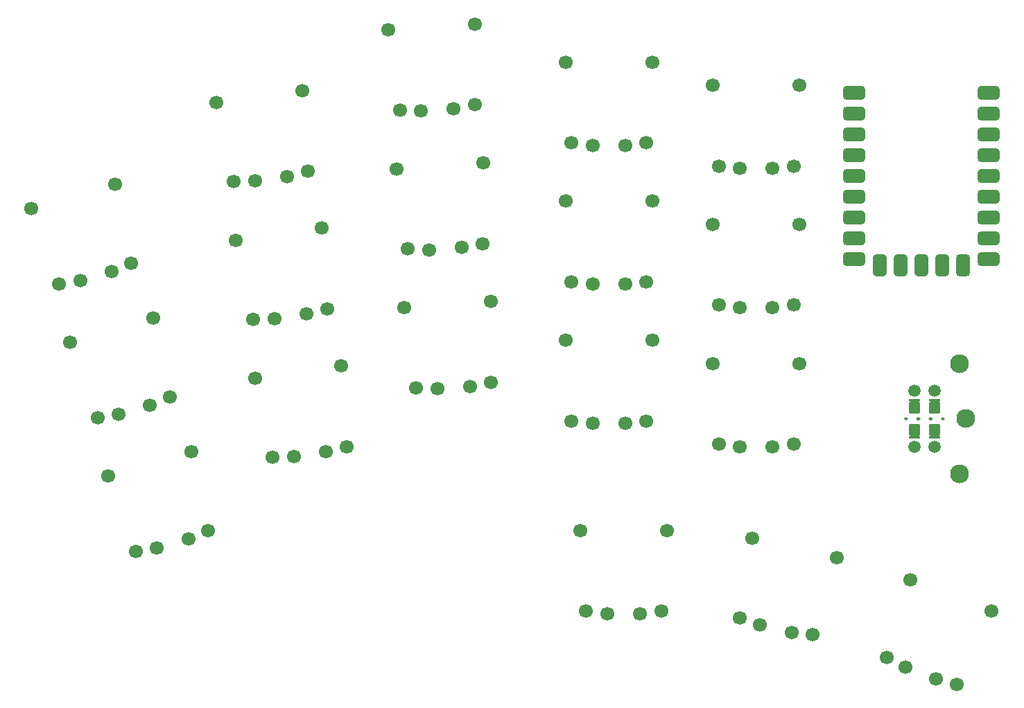
<source format=gbr>
%TF.GenerationSoftware,KiCad,Pcbnew,7.0.10*%
%TF.CreationDate,2024-01-08T12:38:43-05:00*%
%TF.ProjectId,mini,6d696e69-2e6b-4696-9361-645f70636258,2*%
%TF.SameCoordinates,Original*%
%TF.FileFunction,Soldermask,Bot*%
%TF.FilePolarity,Negative*%
%FSLAX46Y46*%
G04 Gerber Fmt 4.6, Leading zero omitted, Abs format (unit mm)*
G04 Created by KiCad (PCBNEW 7.0.10) date 2024-01-08 12:38:43*
%MOMM*%
%LPD*%
G01*
G04 APERTURE LIST*
G04 Aperture macros list*
%AMRoundRect*
0 Rectangle with rounded corners*
0 $1 Rounding radius*
0 $2 $3 $4 $5 $6 $7 $8 $9 X,Y pos of 4 corners*
0 Add a 4 corners polygon primitive as box body*
4,1,4,$2,$3,$4,$5,$6,$7,$8,$9,$2,$3,0*
0 Add four circle primitives for the rounded corners*
1,1,$1+$1,$2,$3*
1,1,$1+$1,$4,$5*
1,1,$1+$1,$6,$7*
1,1,$1+$1,$8,$9*
0 Add four rect primitives between the rounded corners*
20,1,$1+$1,$2,$3,$4,$5,0*
20,1,$1+$1,$4,$5,$6,$7,0*
20,1,$1+$1,$6,$7,$8,$9,0*
20,1,$1+$1,$8,$9,$2,$3,0*%
%AMFreePoly0*
4,1,14,0.035355,0.435355,0.635355,-0.164645,0.650000,-0.200000,0.650000,-0.400000,0.635355,-0.435355,0.600000,-0.450000,-0.600000,-0.450000,-0.635355,-0.435355,-0.650000,-0.400000,-0.650000,-0.200000,-0.635355,-0.164645,-0.035355,0.435355,0.000000,0.450000,0.035355,0.435355,0.035355,0.435355,$1*%
%AMFreePoly1*
4,1,16,0.635355,0.285355,0.650000,0.250000,0.650000,-1.000000,0.635355,-1.035355,0.600000,-1.050000,0.564645,-1.035355,0.000000,-0.470710,-0.564645,-1.035355,-0.600000,-1.050000,-0.635355,-1.035355,-0.650000,-1.000000,-0.650000,0.250000,-0.635355,0.285355,-0.600000,0.300000,0.600000,0.300000,0.635355,0.285355,0.635355,0.285355,$1*%
G04 Aperture macros list end*
%ADD10C,0.250000*%
%ADD11C,0.100000*%
%ADD12C,1.700000*%
%ADD13C,2.300000*%
%ADD14C,1.500000*%
%ADD15FreePoly0,180.000000*%
%ADD16FreePoly0,0.000000*%
%ADD17FreePoly1,180.000000*%
%ADD18FreePoly1,0.000000*%
%ADD19RoundRect,0.425000X-0.925000X-0.425000X0.925000X-0.425000X0.925000X0.425000X-0.925000X0.425000X0*%
%ADD20RoundRect,0.425050X-0.924950X-0.425050X0.924950X-0.425050X0.924950X0.425050X-0.924950X0.425050X0*%
%ADD21RoundRect,0.425000X-0.425000X-0.925000X0.425000X-0.925000X0.425000X0.925000X-0.425000X0.925000X0*%
%ADD22RoundRect,0.418700X-0.418700X-0.931300X0.418700X-0.931300X0.418700X0.931300X-0.418700X0.931300X0*%
G04 APERTURE END LIST*
D10*
%TO.C,AdamTech-MDJ004FS1*%
X195671574Y-89933756D02*
G75*
G03*
X195421574Y-89933756I-125000J0D01*
G01*
X195421574Y-89933756D02*
G75*
G03*
X195671574Y-89933756I125000J0D01*
G01*
X194171574Y-89933756D02*
G75*
G03*
X193921574Y-89933756I-125000J0D01*
G01*
X193921574Y-89933756D02*
G75*
G03*
X194171574Y-89933756I125000J0D01*
G01*
X192671574Y-89933756D02*
G75*
G03*
X192421574Y-89933756I-125000J0D01*
G01*
X192421574Y-89933756D02*
G75*
G03*
X192671574Y-89933756I125000J0D01*
G01*
X191171574Y-89933756D02*
G75*
G03*
X190921574Y-89933756I-125000J0D01*
G01*
X190921574Y-89933756D02*
G75*
G03*
X191171574Y-89933756I125000J0D01*
G01*
D11*
X195054574Y-88695756D02*
X194038574Y-88695756D01*
X194038574Y-87679756D01*
X195054574Y-87679756D01*
X195054574Y-88695756D01*
G36*
X195054574Y-88695756D02*
G01*
X194038574Y-88695756D01*
X194038574Y-87679756D01*
X195054574Y-87679756D01*
X195054574Y-88695756D01*
G37*
X192554574Y-88695756D02*
X191538574Y-88695756D01*
X191538574Y-87679756D01*
X192554574Y-87679756D01*
X192554574Y-88695756D01*
G36*
X192554574Y-88695756D02*
G01*
X191538574Y-88695756D01*
X191538574Y-87679756D01*
X192554574Y-87679756D01*
X192554574Y-88695756D01*
G37*
X192562574Y-92179756D02*
X191546574Y-92179756D01*
X191546574Y-91163756D01*
X192562574Y-91163756D01*
X192562574Y-92179756D01*
G36*
X192562574Y-92179756D02*
G01*
X191546574Y-92179756D01*
X191546574Y-91163756D01*
X192562574Y-91163756D01*
X192562574Y-92179756D01*
G37*
X195054574Y-92187756D02*
X194038574Y-92187756D01*
X194038574Y-91171756D01*
X195054574Y-91171756D01*
X195054574Y-92187756D01*
G36*
X195054574Y-92187756D02*
G01*
X194038574Y-92187756D01*
X194038574Y-91171756D01*
X195054574Y-91171756D01*
X195054574Y-92187756D01*
G37*
%TD*%
D12*
%TO.C,S8*%
X130209355Y-69165157D03*
X139347041Y-68526188D03*
X132803997Y-69284455D03*
X136794253Y-69005429D03*
X139378186Y-58649957D03*
X128804007Y-59389376D03*
%TD*%
D13*
%TO.C,AdamTech-MDJ004FS1*%
X197546574Y-83183756D03*
D14*
X194546574Y-86533756D03*
X192046574Y-86533756D03*
D15*
X194546574Y-87933756D03*
X192046574Y-87933756D03*
D13*
X198346574Y-89933756D03*
D16*
X192054574Y-91925756D03*
X194546574Y-91933756D03*
D14*
X194546574Y-93333756D03*
X192046574Y-93333756D03*
D13*
X197546574Y-96683756D03*
D17*
X194546574Y-88949756D03*
D18*
X194546574Y-90917756D03*
D17*
X192046574Y-88949756D03*
D18*
X192054574Y-90909756D03*
%TD*%
D12*
%TO.C,S17*%
X170736709Y-114272768D03*
X179661939Y-116333319D03*
X173183098Y-115145452D03*
X177080578Y-116045256D03*
X182579253Y-106897739D03*
X172250930Y-104513258D03*
%TD*%
%TO.C,S7*%
X131195702Y-86137698D03*
X140333388Y-85498729D03*
X133790344Y-86256996D03*
X137780600Y-85977970D03*
X140364533Y-75622498D03*
X129790354Y-76361917D03*
%TD*%
%TO.C,S4*%
X113662503Y-94603448D03*
X122733359Y-93328622D03*
X116259147Y-94541462D03*
X120220219Y-93984769D03*
X122075497Y-83474277D03*
X111578655Y-84949512D03*
%TD*%
%TO.C,S14*%
X168166574Y-76033756D03*
X177326574Y-76033756D03*
X170746574Y-76333756D03*
X174746574Y-76333756D03*
X178046574Y-66183756D03*
X167446574Y-66183756D03*
%TD*%
%TO.C,S11*%
X150166574Y-73200423D03*
X159326574Y-73200423D03*
X152746574Y-73500423D03*
X156746574Y-73500423D03*
X160046574Y-63350423D03*
X149446574Y-63350423D03*
%TD*%
%TO.C,S3*%
X87631502Y-73481956D03*
X96436659Y-70957118D03*
X90194248Y-73059190D03*
X94039295Y-71956640D03*
X94413740Y-61290231D03*
X84224366Y-64211987D03*
%TD*%
%TO.C,S2*%
X92317337Y-89823405D03*
X101122494Y-87298567D03*
X94880083Y-89400639D03*
X98725130Y-88298089D03*
X99099575Y-77631680D03*
X88910201Y-80553436D03*
%TD*%
%TO.C,S10*%
X150166574Y-90200423D03*
X159326574Y-90200423D03*
X152746574Y-90500423D03*
X156746574Y-90500423D03*
X160046574Y-80350423D03*
X149446574Y-80350423D03*
%TD*%
%TO.C,S13*%
X168166574Y-93033756D03*
X177326574Y-93033756D03*
X170746574Y-93333756D03*
X174746574Y-93333756D03*
X178046574Y-83183756D03*
X167446574Y-83183756D03*
%TD*%
D19*
%TO.C,RP2040Zero1*%
X201126574Y-50073756D03*
X201126574Y-50073756D03*
X201126574Y-52613756D03*
X201126574Y-52613756D03*
X201126574Y-55153756D03*
X201126574Y-55153756D03*
X201126574Y-57693756D03*
X201126574Y-57693756D03*
X201126574Y-60233756D03*
X201126574Y-60233756D03*
D20*
X201126574Y-62773756D03*
X201126574Y-62773756D03*
X201126574Y-65313756D03*
X201126574Y-65313756D03*
X201126574Y-67853756D03*
X201126574Y-67853756D03*
X201126574Y-70393756D03*
X201126574Y-70393756D03*
D21*
X197986574Y-71203756D03*
X197986574Y-71203756D03*
D22*
X195446574Y-71203756D03*
X195446574Y-71203756D03*
X192906574Y-71203756D03*
X192906574Y-71203756D03*
X190366574Y-71203756D03*
X190366574Y-71203756D03*
X187826574Y-71203756D03*
X187826574Y-71203756D03*
D20*
X184686574Y-70393756D03*
X184686574Y-70393756D03*
X184686574Y-67853756D03*
X184686574Y-67853756D03*
X184686574Y-65313756D03*
X184686574Y-65313756D03*
X184686574Y-62773756D03*
X184686574Y-62773756D03*
X184686574Y-50073756D03*
X184686574Y-50073756D03*
X184686574Y-52613756D03*
X184686574Y-52613756D03*
X184686574Y-55153756D03*
X184686574Y-55153756D03*
X184686574Y-60233756D03*
X184686574Y-60233756D03*
X184686574Y-57693756D03*
X184686574Y-57693756D03*
%TD*%
D12*
%TO.C,S16*%
X151966574Y-113433756D03*
X161126574Y-113433756D03*
X154546574Y-113733756D03*
X158546574Y-113733756D03*
X161846574Y-103583756D03*
X151246574Y-103583756D03*
%TD*%
%TO.C,S9*%
X129223007Y-52192617D03*
X138360693Y-51553648D03*
X131817649Y-52311915D03*
X135807905Y-52032889D03*
X138391838Y-41677417D03*
X127817659Y-42416836D03*
%TD*%
%TO.C,S18*%
X188682114Y-119091064D03*
X197233711Y-122373714D03*
X190983241Y-120295727D03*
X194717563Y-121729199D03*
X201435813Y-113435972D03*
X191539860Y-109637272D03*
%TD*%
%TO.C,S15*%
X168166574Y-59033756D03*
X177326574Y-59033756D03*
X170746574Y-59333756D03*
X174746574Y-59333756D03*
X178046574Y-49183756D03*
X167446574Y-49183756D03*
%TD*%
%TO.C,S1*%
X97003172Y-106164854D03*
X105808329Y-103640016D03*
X99565918Y-105742088D03*
X103410965Y-104639538D03*
X103785410Y-93973129D03*
X93596036Y-96894885D03*
%TD*%
%TO.C,S5*%
X111296560Y-77768891D03*
X120367416Y-76494065D03*
X113893204Y-77706905D03*
X117854276Y-77150212D03*
X119709554Y-66639720D03*
X109212712Y-68114955D03*
%TD*%
%TO.C,S12*%
X150166574Y-56200423D03*
X159326574Y-56200423D03*
X152746574Y-56500423D03*
X156746574Y-56500423D03*
X160046574Y-46350423D03*
X149446574Y-46350423D03*
%TD*%
%TO.C,S6*%
X108930617Y-60934333D03*
X118001473Y-59659507D03*
X111527261Y-60872347D03*
X115488333Y-60315654D03*
X117343611Y-49805162D03*
X106846769Y-51280397D03*
%TD*%
M02*

</source>
